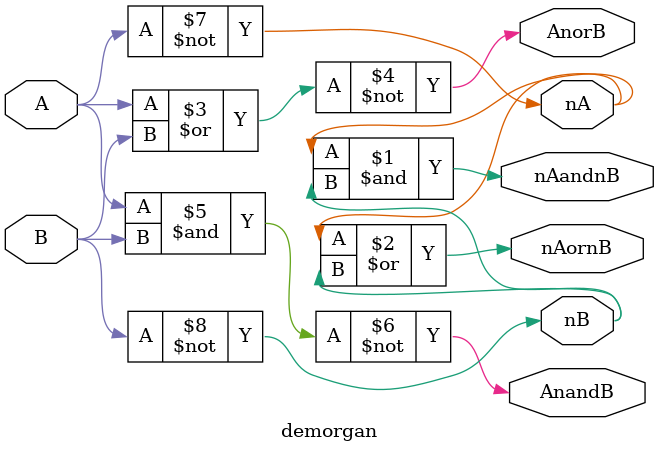
<source format=v>
module demorgan
(
  input  A,          // Single bit inputs
  input  B,
  output nA,         // Output intermediate complemented inputs
  output nB,
  output nAandnB,     // Single bit output, (~A)*(~B)
  output AnandB,       // Single bit output, A*B
  output nAornB,       // Single bit output, (~A+~B)
  output AnorB        // Single bit output, A+B
);

  wire nA;
  wire nB;
  not Ainv(nA, A);  	// Top inverter is named Ainv, takes signal A as input and produces signal nA
  not Binv(nB, B);

  and andgate(nAandnB, nA, nB); 	// AND gate produces nAandnB from nA and nB
  or orgate(nAornB, nA, nB);
  nor norgate(AnorB, A, B);
  nand nandgate(AnandB, A, B);
endmodule

</source>
